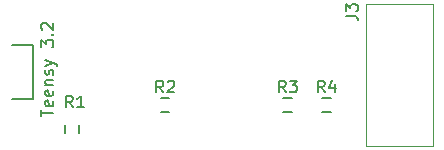
<source format=gto>
G04 #@! TF.FileFunction,Legend,Top*
%FSLAX46Y46*%
G04 Gerber Fmt 4.6, Leading zero omitted, Abs format (unit mm)*
G04 Created by KiCad (PCBNEW 4.0.3+e1-6302~38~ubuntu14.04.1-stable) date Mon Aug 29 18:07:44 2016*
%MOMM*%
%LPD*%
G01*
G04 APERTURE LIST*
%ADD10C,0.100000*%
%ADD11C,0.200000*%
%ADD12C,0.203200*%
%ADD13C,0.050000*%
%ADD14C,0.150000*%
G04 APERTURE END LIST*
D10*
D11*
X119634000Y-85344000D02*
X117856000Y-85344000D01*
X119634000Y-80772000D02*
X119634000Y-85344000D01*
X117856000Y-80772000D02*
X119634000Y-80772000D01*
D12*
X120347619Y-86819618D02*
X120347619Y-86239047D01*
X121363619Y-86529332D02*
X120347619Y-86529332D01*
X121315238Y-85513333D02*
X121363619Y-85610095D01*
X121363619Y-85803618D01*
X121315238Y-85900380D01*
X121218476Y-85948761D01*
X120831429Y-85948761D01*
X120734667Y-85900380D01*
X120686286Y-85803618D01*
X120686286Y-85610095D01*
X120734667Y-85513333D01*
X120831429Y-85464952D01*
X120928190Y-85464952D01*
X121024952Y-85948761D01*
X121315238Y-84642476D02*
X121363619Y-84739238D01*
X121363619Y-84932761D01*
X121315238Y-85029523D01*
X121218476Y-85077904D01*
X120831429Y-85077904D01*
X120734667Y-85029523D01*
X120686286Y-84932761D01*
X120686286Y-84739238D01*
X120734667Y-84642476D01*
X120831429Y-84594095D01*
X120928190Y-84594095D01*
X121024952Y-85077904D01*
X120686286Y-84158666D02*
X121363619Y-84158666D01*
X120783048Y-84158666D02*
X120734667Y-84110285D01*
X120686286Y-84013523D01*
X120686286Y-83868381D01*
X120734667Y-83771619D01*
X120831429Y-83723238D01*
X121363619Y-83723238D01*
X121315238Y-83287809D02*
X121363619Y-83191047D01*
X121363619Y-82997523D01*
X121315238Y-82900762D01*
X121218476Y-82852381D01*
X121170095Y-82852381D01*
X121073333Y-82900762D01*
X121024952Y-82997523D01*
X121024952Y-83142666D01*
X120976571Y-83239428D01*
X120879810Y-83287809D01*
X120831429Y-83287809D01*
X120734667Y-83239428D01*
X120686286Y-83142666D01*
X120686286Y-82997523D01*
X120734667Y-82900762D01*
X120686286Y-82513714D02*
X121363619Y-82271809D01*
X120686286Y-82029905D02*
X121363619Y-82271809D01*
X121605524Y-82368571D01*
X121653905Y-82416952D01*
X121702286Y-82513714D01*
X120347619Y-80965524D02*
X120347619Y-80336572D01*
X120734667Y-80675238D01*
X120734667Y-80530096D01*
X120783048Y-80433334D01*
X120831429Y-80384953D01*
X120928190Y-80336572D01*
X121170095Y-80336572D01*
X121266857Y-80384953D01*
X121315238Y-80433334D01*
X121363619Y-80530096D01*
X121363619Y-80820381D01*
X121315238Y-80917143D01*
X121266857Y-80965524D01*
X121266857Y-79901143D02*
X121315238Y-79852762D01*
X121363619Y-79901143D01*
X121315238Y-79949524D01*
X121266857Y-79901143D01*
X121363619Y-79901143D01*
X120444381Y-79465714D02*
X120396000Y-79417333D01*
X120347619Y-79320571D01*
X120347619Y-79078667D01*
X120396000Y-78981905D01*
X120444381Y-78933524D01*
X120541143Y-78885143D01*
X120637905Y-78885143D01*
X120783048Y-78933524D01*
X121363619Y-79514095D01*
X121363619Y-78885143D01*
D13*
X147808000Y-89333400D02*
X147808000Y-77333400D01*
X153558000Y-89333400D02*
X147808000Y-89333400D01*
X153558000Y-77333400D02*
X153558000Y-89333400D01*
X147808000Y-77333400D02*
X153558000Y-77333400D01*
D14*
X122336000Y-88246000D02*
X122336000Y-87546000D01*
X123536000Y-87546000D02*
X123536000Y-88246000D01*
X130472000Y-85252000D02*
X131172000Y-85252000D01*
X131172000Y-86452000D02*
X130472000Y-86452000D01*
X140862000Y-85252000D02*
X141562000Y-85252000D01*
X141562000Y-86452000D02*
X140862000Y-86452000D01*
X144164000Y-85252000D02*
X144864000Y-85252000D01*
X144864000Y-86452000D02*
X144164000Y-86452000D01*
X146136081Y-78311333D02*
X146850367Y-78311333D01*
X146993224Y-78358953D01*
X147088462Y-78454191D01*
X147136081Y-78597048D01*
X147136081Y-78692286D01*
X146136081Y-77930381D02*
X146136081Y-77311333D01*
X146517033Y-77644667D01*
X146517033Y-77501809D01*
X146564652Y-77406571D01*
X146612271Y-77358952D01*
X146707510Y-77311333D01*
X146945605Y-77311333D01*
X147040843Y-77358952D01*
X147088462Y-77406571D01*
X147136081Y-77501809D01*
X147136081Y-77787524D01*
X147088462Y-77882762D01*
X147040843Y-77930381D01*
X123023334Y-86050381D02*
X122690000Y-85574190D01*
X122451905Y-86050381D02*
X122451905Y-85050381D01*
X122832858Y-85050381D01*
X122928096Y-85098000D01*
X122975715Y-85145619D01*
X123023334Y-85240857D01*
X123023334Y-85383714D01*
X122975715Y-85478952D01*
X122928096Y-85526571D01*
X122832858Y-85574190D01*
X122451905Y-85574190D01*
X123975715Y-86050381D02*
X123404286Y-86050381D01*
X123690000Y-86050381D02*
X123690000Y-85050381D01*
X123594762Y-85193238D01*
X123499524Y-85288476D01*
X123404286Y-85336095D01*
X130667334Y-84780381D02*
X130334000Y-84304190D01*
X130095905Y-84780381D02*
X130095905Y-83780381D01*
X130476858Y-83780381D01*
X130572096Y-83828000D01*
X130619715Y-83875619D01*
X130667334Y-83970857D01*
X130667334Y-84113714D01*
X130619715Y-84208952D01*
X130572096Y-84256571D01*
X130476858Y-84304190D01*
X130095905Y-84304190D01*
X131048286Y-83875619D02*
X131095905Y-83828000D01*
X131191143Y-83780381D01*
X131429239Y-83780381D01*
X131524477Y-83828000D01*
X131572096Y-83875619D01*
X131619715Y-83970857D01*
X131619715Y-84066095D01*
X131572096Y-84208952D01*
X131000667Y-84780381D01*
X131619715Y-84780381D01*
X141057334Y-84780381D02*
X140724000Y-84304190D01*
X140485905Y-84780381D02*
X140485905Y-83780381D01*
X140866858Y-83780381D01*
X140962096Y-83828000D01*
X141009715Y-83875619D01*
X141057334Y-83970857D01*
X141057334Y-84113714D01*
X141009715Y-84208952D01*
X140962096Y-84256571D01*
X140866858Y-84304190D01*
X140485905Y-84304190D01*
X141390667Y-83780381D02*
X142009715Y-83780381D01*
X141676381Y-84161333D01*
X141819239Y-84161333D01*
X141914477Y-84208952D01*
X141962096Y-84256571D01*
X142009715Y-84351810D01*
X142009715Y-84589905D01*
X141962096Y-84685143D01*
X141914477Y-84732762D01*
X141819239Y-84780381D01*
X141533524Y-84780381D01*
X141438286Y-84732762D01*
X141390667Y-84685143D01*
X144335334Y-84780381D02*
X144002000Y-84304190D01*
X143763905Y-84780381D02*
X143763905Y-83780381D01*
X144144858Y-83780381D01*
X144240096Y-83828000D01*
X144287715Y-83875619D01*
X144335334Y-83970857D01*
X144335334Y-84113714D01*
X144287715Y-84208952D01*
X144240096Y-84256571D01*
X144144858Y-84304190D01*
X143763905Y-84304190D01*
X145192477Y-84113714D02*
X145192477Y-84780381D01*
X144954381Y-83732762D02*
X144716286Y-84447048D01*
X145335334Y-84447048D01*
M02*

</source>
